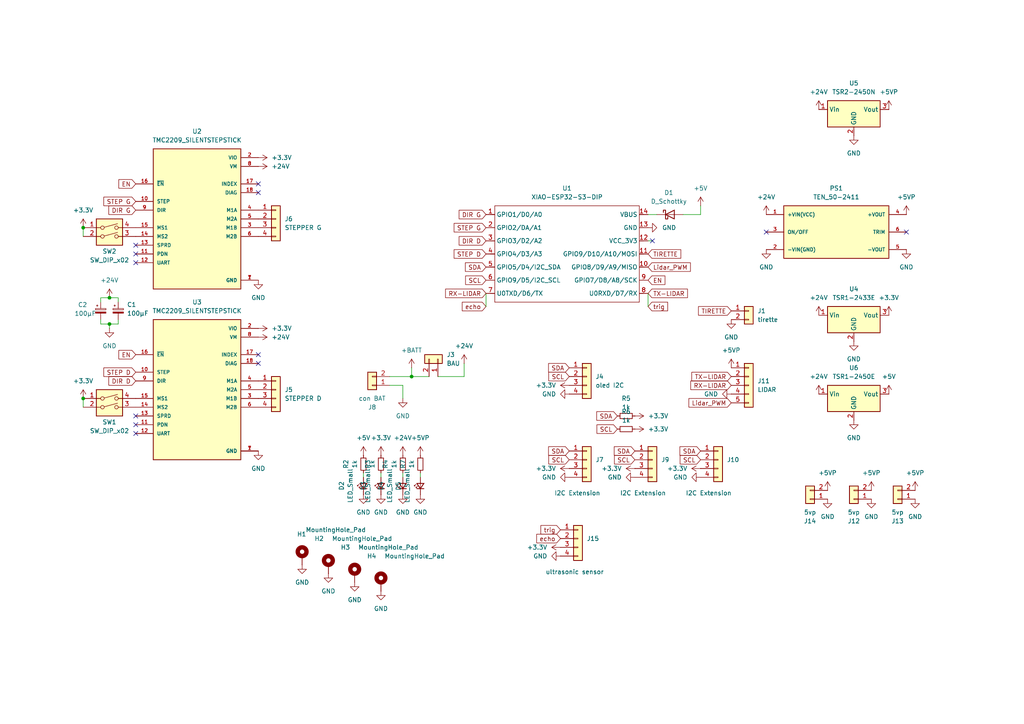
<source format=kicad_sch>
(kicad_sch (version 20250114) (generator "eeschema") (generator_version "9.0")
  (paper "A4")
  (lib_symbols
    (symbol "Connector_Generic:Conn_01x02" (pin_names (offset 1.016) (hide yes))
      (property "Reference" "J" (at 0 2.54 0))
      (property "Value" "Conn_01x02" (at 0 -5.08 0))
      (symbol "Conn_01x02_1_1"
        (rectangle (start -1.27 1.27) (end 1.27 -3.81) (stroke (width 0.254)) (fill (type background)))
        (rectangle (start -1.27 0.127) (end 0 -0.127) (stroke (width 0.1524)))
        (rectangle (start -1.27 -2.413) (end 0 -2.667) (stroke (width 0.1524)))
        (pin passive line (at -5.08 0 0) (length 3.81) (name "Pin_1") (number "1"))
        (pin passive line (at -5.08 -2.54 0) (length 3.81) (name "Pin_2") (number "2"))
      )
    )
    (symbol "Connector_Generic:Conn_01x04" (pin_names (offset 1.016) (hide yes))
      (property "Reference" "J" (at 0 5.08 0))
      (property "Value" "Conn_01x04" (at 0 -7.62 0))
      (symbol "Conn_01x04_1_1"
        (rectangle (start -1.27 3.81) (end 1.27 -6.35) (stroke (width 0.254)) (fill (type background)))
        (rectangle (start -1.27 2.667) (end 0 2.413) (stroke (width 0.1524)))
        (rectangle (start -1.27 0.127) (end 0 -0.127) (stroke (width 0.1524)))
        (rectangle (start -1.27 -2.413) (end 0 -2.667) (stroke (width 0.1524)))
        (rectangle (start -1.27 -4.953) (end 0 -5.207) (stroke (width 0.1524)))
        (pin passive line (at -5.08 2.54 0) (length 3.81) (name "Pin_1") (number "1"))
        (pin passive line (at -5.08 0 0) (length 3.81) (name "Pin_2") (number "2"))
        (pin passive line (at -5.08 -2.54 0) (length 3.81) (name "Pin_3") (number "3"))
        (pin passive line (at -5.08 -5.08 0) (length 3.81) (name "Pin_4") (number "4"))
      )
    )
    (symbol "Connector_Generic:Conn_01x05" (pin_names (offset 1.016) (hide yes))
      (property "Reference" "J" (at 0 7.62 0))
      (property "Value" "Conn_01x05" (at 0 -7.62 0))
      (symbol "Conn_01x05_1_1"
        (rectangle (start -1.27 6.35) (end 1.27 -6.35) (stroke (width 0.254)) (fill (type background)))
        (rectangle (start -1.27 5.207) (end 0 4.953) (stroke (width 0.1524)))
        (rectangle (start -1.27 2.667) (end 0 2.413) (stroke (width 0.1524)))
        (rectangle (start -1.27 0.127) (end 0 -0.127) (stroke (width 0.1524)))
        (rectangle (start -1.27 -2.413) (end 0 -2.667) (stroke (width 0.1524)))
        (rectangle (start -1.27 -4.953) (end 0 -5.207) (stroke (width 0.1524)))
        (pin passive line (at -5.08 5.08 0) (length 3.81) (name "Pin_1") (number "1"))
        (pin passive line (at -5.08 2.54 0) (length 3.81) (name "Pin_2") (number "2"))
        (pin passive line (at -5.08 0 0) (length 3.81) (name "Pin_3") (number "3"))
        (pin passive line (at -5.08 -2.54 0) (length 3.81) (name "Pin_4") (number "4"))
        (pin passive line (at -5.08 -5.08 0) (length 3.81) (name "Pin_5") (number "5"))
      )
    )
    (symbol "Device:C_Polarized_Small" (pin_numbers (hide yes)) (pin_names (offset 0.254) (hide yes))
      (property "Reference" "C" (at 0.254 1.778 0))
      (property "Value" "C_Polarized_Small" (at 0.254 -2.032 0))
      (symbol "C_Polarized_Small_0_1"
        (rectangle (start -1.524 0.6858) (end 1.524 0.3048))
        (rectangle (start -1.524 -0.3048) (end 1.524 -0.6858) (fill (type outline)))
        (polyline (pts (xy -1.27 1.524) (xy -0.762 1.524)))
        (polyline (pts (xy -1.016 1.27) (xy -1.016 1.778)))
      )
      (symbol "C_Polarized_Small_1_1"
        (pin passive line (at 0 2.54 270) (length 1.8542) (name "~") (number "1"))
        (pin passive line (at 0 -2.54 90) (length 1.8542) (name "~") (number "2"))
      )
    )
    (symbol "Device:D_Schottky" (pin_numbers (hide yes)) (pin_names (offset 1.016) (hide yes))
      (property "Reference" "D" (at 0 2.54 0))
      (property "Value" "D_Schottky" (at 0 -2.54 0))
      (symbol "D_Schottky_0_1"
        (polyline (pts (xy -1.905 0.635) (xy -1.905 1.27) (xy -1.27 1.27) (xy -1.27 -1.27) (xy -0.635 -1.27) (xy -0.635 -0.635)) (stroke (width 0.254)))
        (polyline (pts (xy 1.27 1.27) (xy 1.27 -1.27) (xy -1.27 0) (xy 1.27 1.27)) (stroke (width 0.254)))
        (polyline (pts (xy 1.27 0) (xy -1.27 0)))
      )
      (symbol "D_Schottky_1_1"
        (pin passive line (at -3.81 0 0) (length 2.54) (name "K") (number "1"))
        (pin passive line (at 3.81 0 180) (length 2.54) (name "A") (number "2"))
      )
    )
    (symbol "Device:LED_Small" (pin_numbers (hide yes)) (pin_names (offset 0.254) (hide yes))
      (property "Reference" "D" (at -1.27 3.175 0))
      (property "Value" "LED_Small" (at -4.445 -2.54 0))
      (symbol "LED_Small_0_1"
        (polyline (pts (xy -0.762 -1.016) (xy -0.762 1.016)) (stroke (width 0.254)))
        (polyline (pts (xy 0 0.762) (xy -0.508 1.27) (xy -0.254 1.27) (xy -0.508 1.27) (xy -0.508 1.016)))
        (polyline (pts (xy 0.508 1.27) (xy 0 1.778) (xy 0.254 1.778) (xy 0 1.778) (xy 0 1.524)))
        (polyline (pts (xy 0.762 -1.016) (xy -0.762 0) (xy 0.762 1.016) (xy 0.762 -1.016)) (stroke (width 0.254)))
        (polyline (pts (xy 1.016 0) (xy -0.762 0)))
      )
      (symbol "LED_Small_1_1"
        (pin passive line (at -2.54 0 0) (length 1.778) (name "K") (number "1"))
        (pin passive line (at 2.54 0 180) (length 1.778) (name "A") (number "2"))
      )
    )
    (symbol "Device:R_Small" (pin_numbers (hide yes)) (pin_names (offset 0.254) (hide yes))
      (property "Reference" "R" (at 0.762 0.508 0))
      (property "Value" "R_Small" (at 0.762 -1.016 0))
      (symbol "R_Small_0_1"
        (rectangle (start -0.762 1.778) (end 0.762 -1.778) (stroke (width 0.2032)))
      )
      (symbol "R_Small_1_1"
        (pin passive line (at 0 2.54 270) (length 0.762) (name "~") (number "1"))
        (pin passive line (at 0 -2.54 90) (length 0.762) (name "~") (number "2"))
      )
    )
    (symbol "Mechanical:MountingHole_Pad" (pin_numbers (hide yes)) (pin_names (offset 1.016) (hide yes)) (exclude_from_sim yes) (in_bom no)
      (property "Reference" "H" (at 0 6.35 0))
      (property "Value" "MountingHole_Pad" (at 0 4.445 0))
      (symbol "MountingHole_Pad_0_1"
        (circle (center 0 1.27) (radius 1.27) (stroke (width 1.27)))
      )
      (symbol "MountingHole_Pad_1_1"
        (pin input line (at 0 -2.54 90) (length 2.54) (name "1") (number "1"))
      )
    )
    (symbol "Regulator_Switching:TSR1-2433E"
      (property "Reference" "U" (at -7.62 6.35 0))
      (property "Value" "TSR1-2433E" (at -3.81 6.35 0))
      (symbol "TSR1-2433E_0_1"
        (rectangle (start -7.62 5.08) (end 7.62 -2.54) (stroke (width 0.254)) (fill (type background)))
      )
      (symbol "TSR1-2433E_1_1"
        (pin power_in line (at -10.16 2.54 0) (length 2.54) (name "Vin") (number "1"))
        (pin power_in line (at 0 -5.08 90) (length 2.54) (name "GND") (number "2"))
        (pin power_out line (at 10.16 2.54 180) (length 2.54) (name "Vout") (number "3"))
      )
    )
    (symbol "Regulator_Switching:TSR1-2450E"
      (property "Reference" "U" (at -7.62 6.35 0))
      (property "Value" "TSR1-2450E" (at -3.81 6.35 0))
      (symbol "TSR1-2450E_0_1"
        (rectangle (start -7.62 5.08) (end 7.62 -2.54) (stroke (width 0.254)) (fill (type background)))
      )
      (symbol "TSR1-2450E_1_1"
        (pin power_in line (at -10.16 2.54 0) (length 2.54) (name "Vin") (number "1"))
        (pin power_in line (at 0 -5.08 90) (length 2.54) (name "GND") (number "2"))
        (pin power_out line (at 10.16 2.54 180) (length 2.54) (name "Vout") (number "3"))
      )
    )
    (symbol "Regulator_Switching:TSR2-2450N"
      (property "Reference" "U" (at -7.112 6.35 0))
      (property "Value" "TSR2-2450N" (at 1.524 6.35 0))
      (symbol "TSR2-2450N_0_1"
        (rectangle (start -7.62 5.08) (end 7.62 -2.54) (stroke (width 0.254)) (fill (type background)))
      )
      (symbol "TSR2-2450N_1_1"
        (pin power_in line (at -10.16 2.54 0) (length 2.54) (name "Vin") (number "1"))
        (pin power_in line (at 0 -5.08 90) (length 2.54) (name "GND") (number "2"))
        (pin power_out line (at 10.16 2.54 180) (length 2.54) (name "Vout") (number "3"))
      )
    )
    (symbol "Seeed_Studio_XIAO_Series:XIAO-ESP32-S3-DIP"
      (property "Reference" "U" (at 1.27 0.508 0))
      (property "Value" "XIAO-ESP32-S3-DIP" (at 9.652 -1.778 0))
      (symbol "XIAO-ESP32-S3-DIP_1_0"
        (polyline (pts (xy 0 -2.54) (xy 41.91 -2.54)) (stroke (width 0.1524)))
        (polyline (pts (xy 0 -5.08) (xy -1.27 -5.08)) (stroke (width 0.1524)))
        (polyline (pts (xy 0 -5.08) (xy 0 -2.54)) (stroke (width 0.1524)))
        (polyline (pts (xy 0 -8.89) (xy -1.27 -8.89)) (stroke (width 0.1524)))
        (polyline (pts (xy 0 -8.89) (xy 0 -5.08)) (stroke (width 0.1524)))
        (polyline (pts (xy 0 -12.7) (xy -1.27 -12.7)) (stroke (width 0.1524)))
        (polyline (pts (xy 0 -12.7) (xy 0 -8.89)) (stroke (width 0.1524)))
        (polyline (pts (xy 0 -16.51) (xy -1.27 -16.51)) (stroke (width 0.1524)))
        (polyline (pts (xy 0 -16.51) (xy 0 -12.7)) (stroke (width 0.1524)))
        (polyline (pts (xy 0 -20.32) (xy -1.27 -20.32)) (stroke (width 0.1524)))
        (polyline (pts (xy 0 -24.13) (xy -1.27 -24.13)) (stroke (width 0.1524)))
        (polyline (pts (xy 0 -27.94) (xy -1.27 -27.94)) (stroke (width 0.1524)))
        (polyline (pts (xy 0 -30.48) (xy 0 -16.51)) (stroke (width 0.1524)))
        (polyline (pts (xy 41.91 -2.54) (xy 41.91 -5.08)) (stroke (width 0.1524)))
        (polyline (pts (xy 41.91 -5.08) (xy 41.91 -8.89)) (stroke (width 0.1524)))
        (polyline (pts (xy 41.91 -8.89) (xy 41.91 -12.7)) (stroke (width 0.1524)))
        (polyline (pts (xy 41.91 -12.7) (xy 41.91 -30.48)) (stroke (width 0.1524)))
        (polyline (pts (xy 41.91 -30.48) (xy 0 -30.48)) (stroke (width 0.1524)))
        (polyline (pts (xy 43.18 -5.08) (xy 41.91 -5.08)) (stroke (width 0.1524)))
        (polyline (pts (xy 43.18 -8.89) (xy 41.91 -8.89)) (stroke (width 0.1524)))
        (polyline (pts (xy 43.18 -12.7) (xy 41.91 -12.7)) (stroke (width 0.1524)))
        (polyline (pts (xy 43.18 -16.51) (xy 41.91 -16.51)) (stroke (width 0.1524)))
        (polyline (pts (xy 43.18 -20.32) (xy 41.91 -20.32)) (stroke (width 0.1524)))
        (polyline (pts (xy 43.18 -24.13) (xy 41.91 -24.13)) (stroke (width 0.1524)))
        (polyline (pts (xy 43.18 -27.94) (xy 41.91 -27.94)) (stroke (width 0.1524)))
        (pin passive line (at -2.54 -5.08 0) (length 2.54) (name "GPIO1/D0/A0") (number "1"))
        (pin passive line (at -2.54 -8.89 0) (length 2.54) (name "GPIO2/DA/A1") (number "2"))
        (pin passive line (at -2.54 -12.7 0) (length 2.54) (name "GPIO3/D2/A2") (number "3"))
        (pin passive line (at -2.54 -16.51 0) (length 2.54) (name "GPIO4/D3/A3") (number "4"))
        (pin passive line (at -2.54 -20.32 0) (length 2.54) (name "GPIO5/D4/I2C_SDA") (number "5"))
        (pin passive line (at -2.54 -24.13 0) (length 2.54) (name "GPIO9/D5/I2C_SCL") (number "6"))
        (pin passive line (at -2.54 -27.94 0) (length 2.54) (name "U0TXD/D6/TX") (number "7"))
        (pin passive line (at 44.45 -5.08 180) (length 2.54) (name "VBUS") (number "14"))
        (pin passive line (at 44.45 -8.89 180) (length 2.54) (name "GND") (number "13"))
        (pin passive line (at 44.45 -12.7 180) (length 2.54) (name "VCC_3V3") (number "12"))
        (pin passive line (at 44.45 -16.51 180) (length 2.54) (name "GPIO9/D10/A10/MOSI") (number "11"))
        (pin passive line (at 44.45 -20.32 180) (length 2.54) (name "GPIO8/D9/A9/MISO") (number "10"))
        (pin passive line (at 44.45 -24.13 180) (length 2.54) (name "GPIO7/D8/A8/SCK") (number "9"))
        (pin passive line (at 44.45 -27.94 180) (length 2.54) (name "U0RXD/D7/RX") (number "8"))
      )
    )
    (symbol "Switch:SW_DIP_x02" (pin_names (offset 0) (hide yes))
      (property "Reference" "SW" (at 0 6.35 0))
      (property "Value" "SW_DIP_x02" (at 0 -3.81 0))
      (symbol "SW_DIP_x02_0_0"
        (circle (center -2.032 2.54) (radius 0.508))
        (circle (center -2.032 0) (radius 0.508))
        (polyline (pts (xy -1.524 2.667) (xy 2.3622 3.7084)))
        (polyline (pts (xy -1.524 0.127) (xy 2.3622 1.1684)))
        (circle (center 2.032 2.54) (radius 0.508))
        (circle (center 2.032 0) (radius 0.508))
      )
      (symbol "SW_DIP_x02_0_1"
        (rectangle (start -3.81 5.08) (end 3.81 -2.54) (stroke (width 0.254)) (fill (type background)))
      )
      (symbol "SW_DIP_x02_1_1"
        (pin passive line (at -7.62 2.54 0) (length 5.08) (name "~") (number "1"))
        (pin passive line (at -7.62 0 0) (length 5.08) (name "~") (number "2"))
        (pin passive line (at 7.62 2.54 180) (length 5.08) (name "~") (number "4"))
        (pin passive line (at 7.62 0 180) (length 5.08) (name "~") (number "3"))
      )
    )
    (symbol "TEN_50-2411:TEN_50-2411" (pin_names (offset 1.016))
      (property "Reference" "PS" (at -15.24 10.16 0))
      (property "Value" "TEN_50-2411" (at -15.24 -10.16 0))
      (symbol "TEN_50-2411_0_0"
        (rectangle (start -15.24 -7.62) (end 15.24 7.62) (stroke (width 0.254)) (fill (type background)))
        (pin input line (at -20.32 5.08 0) (length 5.08) (name "+VIN(VCC)") (number "1"))
        (pin input line (at -20.32 0 0) (length 5.08) (name "ON/OFF") (number "3"))
        (pin input line (at -20.32 -5.08 0) (length 5.08) (name "-VIN(GND)") (number "2"))
        (pin output line (at 20.32 5.08 180) (length 5.08) (name "+VOUT") (number "4"))
        (pin passive line (at 20.32 0 180) (length 5.08) (name "TRIM") (number "6"))
        (pin output line (at 20.32 -5.08 180) (length 5.08) (name "-VOUT") (number "5"))
      )
    )
    (symbol "TMC2209_SILENTSTEPSTICK:TMC2209_SILENTSTEPSTICK" (pin_names (offset 1.016))
      (property "Reference" "U" (at -12.7 22.86 0))
      (property "Value" "TMC2209_SILENTSTEPSTICK" (at -12.7 -22.86 0))
      (symbol "TMC2209_SILENTSTEPSTICK_0_0"
        (rectangle (start -12.7 -20.32) (end 12.7 20.32) (stroke (width 0.254)) (fill (type background)))
        (pin input line (at -17.78 10.16 0) (length 5.08) (name "~{EN}") (number "16"))
        (pin input line (at -17.78 5.08 0) (length 5.08) (name "STEP") (number "10"))
        (pin input line (at -17.78 2.54 0) (length 5.08) (name "DIR") (number "9"))
        (pin input line (at -17.78 -2.54 0) (length 5.08) (name "MS1") (number "15"))
        (pin input line (at -17.78 -5.08 0) (length 5.08) (name "MS2") (number "14"))
        (pin input line (at -17.78 -7.62 0) (length 5.08) (name "SPRD") (number "13"))
        (pin bidirectional line (at -17.78 -10.16 0) (length 5.08) (name "PDN") (number "11"))
        (pin bidirectional line (at -17.78 -12.7 0) (length 5.08) (name "UART") (number "12"))
        (pin power_in line (at 17.78 17.78 180) (length 5.08) (name "VIO") (number "2"))
        (pin power_in line (at 17.78 15.24 180) (length 5.08) (name "VM") (number "8"))
        (pin output line (at 17.78 10.16 180) (length 5.08) (name "INDEX") (number "17"))
        (pin output line (at 17.78 7.62 180) (length 5.08) (name "DIAG") (number "18"))
        (pin output line (at 17.78 2.54 180) (length 5.08) (name "M1A") (number "4"))
        (pin output line (at 17.78 0 180) (length 5.08) (name "M2A") (number "5"))
        (pin output line (at 17.78 -2.54 180) (length 5.08) (name "M1B") (number "3"))
        (pin output line (at 17.78 -5.08 180) (length 5.08) (name "M2B") (number "6"))
        (pin power_in line (at 17.78 -17.78 180) (length 5.08) (name "GND") (number "1"))
        (pin power_in line (at 17.78 -17.78 180) (length 5.08) (name "GND") (number "7"))
      )
    )
    (symbol "power:+24V" (power) (pin_numbers (hide yes)) (pin_names (offset 0) (hide yes))
      (property "Value" "+24V" (at 0 3.556 0))
      (symbol "+24V_0_1"
        (polyline (pts (xy -0.762 1.27) (xy 0 2.54)))
        (polyline (pts (xy 0 2.54) (xy 0.762 1.27)))
        (polyline (pts (xy 0 0) (xy 0 2.54)))
      )
      (symbol "+24V_1_1"
        (pin power_in line (at 0 0 90) (length 0) (name "~") (number "1"))
      )
    )
    (symbol "power:+3.3V" (power) (pin_numbers (hide yes)) (pin_names (offset 0) (hide yes))
      (property "Value" "+3.3V" (at 0 3.556 0))
      (symbol "+3.3V_0_1"
        (polyline (pts (xy -0.762 1.27) (xy 0 2.54)))
        (polyline (pts (xy 0 2.54) (xy 0.762 1.27)))
        (polyline (pts (xy 0 0) (xy 0 2.54)))
      )
      (symbol "+3.3V_1_1"
        (pin power_in line (at 0 0 90) (length 0) (name "~") (number "1"))
      )
    )
    (symbol "power:+5V" (power) (pin_numbers (hide yes)) (pin_names (offset 0) (hide yes))
      (property "Value" "+5V" (at 0 3.556 0))
      (symbol "+5V_0_1"
        (polyline (pts (xy -0.762 1.27) (xy 0 2.54)))
        (polyline (pts (xy 0 2.54) (xy 0.762 1.27)))
        (polyline (pts (xy 0 0) (xy 0 2.54)))
      )
      (symbol "+5V_1_1"
        (pin power_in line (at 0 0 90) (length 0) (name "~") (number "1"))
      )
    )
    (symbol "power:+5VP" (power) (pin_numbers (hide yes)) (pin_names (offset 0) (hide yes))
      (property "Value" "+5VP" (at 0 3.556 0))
      (symbol "+5VP_0_1"
        (polyline (pts (xy -0.762 1.27) (xy 0 2.54)))
        (polyline (pts (xy 0 2.54) (xy 0.762 1.27)))
        (polyline (pts (xy 0 0) (xy 0 2.54)))
      )
      (symbol "+5VP_1_1"
        (pin power_in line (at 0 0 90) (length 0) (name "~") (number "1"))
      )
    )
    (symbol "power:+BATT" (power) (pin_numbers (hide yes)) (pin_names (offset 0) (hide yes))
      (property "Value" "+BATT" (at 0 3.556 0))
      (symbol "+BATT_0_1"
        (polyline (pts (xy -0.762 1.27) (xy 0 2.54)))
        (polyline (pts (xy 0 2.54) (xy 0.762 1.27)))
        (polyline (pts (xy 0 0) (xy 0 2.54)))
      )
      (symbol "+BATT_1_1"
        (pin power_in line (at 0 0 90) (length 0) (name "~") (number "1"))
      )
    )
    (symbol "power:GND" (power) (pin_numbers (hide yes)) (pin_names (offset 0) (hide yes))
      (property "Value" "GND" (at 0 -3.81 0))
      (symbol "GND_0_1"
        (polyline (pts (xy 0 0) (xy 0 -1.27) (xy 1.27 -1.27) (xy 0 -2.54) (xy -1.27 -1.27) (xy 0 -1.27)))
      )
      (symbol "GND_1_1"
        (pin power_in line (at 0 0 270) (length 0) (name "~") (number "1"))
      )
    )
  )
  (junction (at 24.13 66.04))
  (junction (at 119.38 109.22))
  (junction (at 31.75 93.98))
  (junction (at 24.13 115.57))
  (junction (at 31.75 86.36))
  (no_connect (at 74.93 105.41))
  (no_connect (at 39.37 120.65))
  (no_connect (at 74.93 55.88))
  (no_connect (at 39.37 125.73))
  (no_connect (at 222.25 67.31))
  (no_connect (at 39.37 76.2))
  (no_connect (at 74.93 53.34))
  (no_connect (at 74.93 102.87))
  (no_connect (at 39.37 123.19))
  (no_connect (at 189.23 69.85))
  (no_connect (at 262.89 67.31))
  (no_connect (at 39.37 71.12))
  (no_connect (at 39.37 73.66))
  (wire (pts (xy 134.62 109.22) (xy 134.62 105.41)))
  (wire (pts (xy 116.84 111.76) (xy 116.84 115.57)))
  (wire (pts (xy 113.03 109.22) (xy 119.38 109.22)))
  (wire (pts (xy 127 109.22) (xy 134.62 109.22)))
  (wire (pts (xy 190.5 62.23) (xy 187.96 62.23)))
  (wire (pts (xy 121.92 138.43) (xy 121.92 137.16)))
  (wire (pts (xy 29.21 86.36) (xy 31.75 86.36)))
  (wire (pts (xy 34.29 86.36) (xy 34.29 87.63)))
  (wire (pts (xy 187.96 85.09) (xy 187.96 88.9)))
  (wire (pts (xy 24.13 66.04) (xy 24.13 68.58)))
  (wire (pts (xy 119.38 109.22) (xy 124.46 109.22)))
  (wire (pts (xy 116.84 138.43) (xy 116.84 137.16)))
  (wire (pts (xy 31.75 93.98) (xy 29.21 93.98)))
  (wire (pts (xy 31.75 95.25) (xy 31.75 93.98)))
  (wire (pts (xy 105.41 138.43) (xy 105.41 137.16)))
  (wire (pts (xy 203.2 59.69) (xy 203.2 62.23)))
  (wire (pts (xy 140.97 85.09) (xy 140.97 88.9)))
  (wire (pts (xy 113.03 111.76) (xy 116.84 111.76)))
  (wire (pts (xy 31.75 86.36) (xy 34.29 86.36)))
  (wire (pts (xy 29.21 93.98) (xy 29.21 92.71)))
  (wire (pts (xy 110.49 138.43) (xy 110.49 137.16)))
  (wire (pts (xy 189.23 69.85) (xy 187.96 69.85)))
  (wire (pts (xy 203.2 62.23) (xy 198.12 62.23)))
  (wire (pts (xy 24.13 115.57) (xy 24.13 118.11)))
  (wire (pts (xy 34.29 93.98) (xy 31.75 93.98)))
  (wire (pts (xy 34.29 92.71) (xy 34.29 93.98)))
  (wire (pts (xy 29.21 87.63) (xy 29.21 86.36)))
  (wire (pts (xy 119.38 109.22) (xy 119.38 106.68)))
  (global_label "SCL" (shape input) (at 179.07 124.46 180) (property "Intersheetrefs" "${INTERSHEET_REFS}" (effects (hide yes))))
  (global_label "Lidar_PWM" (shape input) (at 212.09 116.84 180) (property "Intersheetrefs" "${INTERSHEET_REFS}" (effects (hide yes))))
  (global_label "SCL" (shape input) (at 203.2 133.35 180) (property "Intersheetrefs" "${INTERSHEET_REFS}" (effects (hide yes))))
  (global_label "TX-LIDAR" (shape input) (at 187.96 85.09 0) (property "Intersheetrefs" "${INTERSHEET_REFS}" (effects (hide yes))))
  (global_label "echo" (shape input) (at 162.56 156.21 180) (property "Intersheetrefs" "${INTERSHEET_REFS}" (effects (hide yes))))
  (global_label "STEP G" (shape input) (at 39.37 58.42 180) (property "Intersheetrefs" "${INTERSHEET_REFS}" (effects (hide yes))))
  (global_label "TIRETTE" (shape input) (at 212.09 90.17 180) (property "Intersheetrefs" "${INTERSHEET_REFS}" (effects (hide yes))))
  (global_label "SDA" (shape input) (at 179.07 120.65 180) (property "Intersheetrefs" "${INTERSHEET_REFS}" (effects (hide yes))))
  (global_label "TIRETTE" (shape input) (at 187.96 73.66 0) (property "Intersheetrefs" "${INTERSHEET_REFS}" (effects (hide yes))))
  (global_label "SCL" (shape input) (at 165.1 109.22 180) (property "Intersheetrefs" "${INTERSHEET_REFS}" (effects (hide yes))))
  (global_label "DIR D" (shape input) (at 140.97 69.85 180) (property "Intersheetrefs" "${INTERSHEET_REFS}" (effects (hide yes))))
  (global_label "SCL" (shape input) (at 165.1 133.35 180) (property "Intersheetrefs" "${INTERSHEET_REFS}" (effects (hide yes))))
  (global_label "trig" (shape input) (at 187.96 88.9 0) (property "Intersheetrefs" "${INTERSHEET_REFS}" (effects (hide yes))))
  (global_label "SCL" (shape input) (at 140.97 81.28 180) (property "Intersheetrefs" "${INTERSHEET_REFS}" (effects (hide yes))))
  (global_label "STEP D" (shape input) (at 140.97 73.66 180) (property "Intersheetrefs" "${INTERSHEET_REFS}" (effects (hide yes))))
  (global_label "SDA" (shape input) (at 165.1 130.81 180) (property "Intersheetrefs" "${INTERSHEET_REFS}" (effects (hide yes))))
  (global_label "trig" (shape input) (at 162.56 153.67 180) (property "Intersheetrefs" "${INTERSHEET_REFS}" (effects (hide yes))))
  (global_label "SDA" (shape input) (at 184.15 130.81 180) (property "Intersheetrefs" "${INTERSHEET_REFS}" (effects (hide yes))))
  (global_label "DIR G" (shape input) (at 39.37 60.96 180) (property "Intersheetrefs" "${INTERSHEET_REFS}" (effects (hide yes))))
  (global_label "EN" (shape input) (at 187.96 81.28 0) (property "Intersheetrefs" "${INTERSHEET_REFS}" (effects (hide yes))))
  (global_label "echo" (shape input) (at 140.97 88.9 180) (property "Intersheetrefs" "${INTERSHEET_REFS}" (effects (hide yes))))
  (global_label "RX-LIDAR" (shape input) (at 140.97 85.09 180) (property "Intersheetrefs" "${INTERSHEET_REFS}" (effects (hide yes))))
  (global_label "EN" (shape input) (at 39.37 53.34 180) (property "Intersheetrefs" "${INTERSHEET_REFS}" (effects (hide yes))))
  (global_label "RX-LIDAR" (shape input) (at 212.09 111.76 180) (property "Intersheetrefs" "${INTERSHEET_REFS}" (effects (hide yes))))
  (global_label "SDA" (shape input) (at 203.2 130.81 180) (property "Intersheetrefs" "${INTERSHEET_REFS}" (effects (hide yes))))
  (global_label "SDA" (shape input) (at 165.1 106.68 180) (property "Intersheetrefs" "${INTERSHEET_REFS}" (effects (hide yes))))
  (global_label "DIR G" (shape input) (at 140.97 62.23 180) (property "Intersheetrefs" "${INTERSHEET_REFS}" (effects (hide yes))))
  (global_label "STEP G" (shape input) (at 140.97 66.04 180) (property "Intersheetrefs" "${INTERSHEET_REFS}" (effects (hide yes))))
  (global_label "STEP D" (shape input) (at 39.37 107.95 180) (property "Intersheetrefs" "${INTERSHEET_REFS}" (effects (hide yes))))
  (global_label "DIR D" (shape input) (at 39.37 110.49 180) (property "Intersheetrefs" "${INTERSHEET_REFS}" (effects (hide yes))))
  (global_label "EN" (shape input) (at 39.37 102.87 180) (property "Intersheetrefs" "${INTERSHEET_REFS}" (effects (hide yes))))
  (global_label "TX-LIDAR" (shape input) (at 212.09 109.22 180) (property "Intersheetrefs" "${INTERSHEET_REFS}" (effects (hide yes))))
  (global_label "SCL" (shape input) (at 184.15 133.35 180) (property "Intersheetrefs" "${INTERSHEET_REFS}" (effects (hide yes))))
  (global_label "Lidar_PWM" (shape input) (at 187.96 77.47 0) (property "Intersheetrefs" "${INTERSHEET_REFS}" (effects (hide yes))))
  (global_label "SDA" (shape input) (at 140.97 77.47 180) (property "Intersheetrefs" "${INTERSHEET_REFS}" (effects (hide yes))))
  (symbol (lib_id "power:GND") (at 121.92 143.51 0) (unit 1)
    (property "Reference" "#PWR045" (effects (hide yes)))
    (property "Value" "GND" (at 121.92 148.59 0))
    (property "Description" "Power symbol creates a global label with name \"GND\" , ground" (effects (hide yes)))
  )
  (symbol (lib_id "Connector_Generic:Conn_01x04") (at 80.01 113.03 0) (unit 1)
    (property "Reference" "J5" (at 82.55 113.0299 0) (effects (justify left)))
    (property "Value" "STEPPER D" (at 82.55 115.5699 0) (effects (justify left)))
    (property "Footprint" "Connector_Molex:Molex_KK-254_AE-6410-04A_1x04_P2.54mm_Vertical" (effects (hide yes)))
    (property "Description" "Generic connector, single row, 01x04, script generated (kicad-library-utils/schlib/autogen/connector/)" (effects (hide yes)))
  )
  (symbol (lib_id "power:+5VP") (at 252.73 142.24 0) (unit 1)
    (property "Reference" "#PWR052" (effects (hide yes)))
    (property "Value" "+5VP" (at 252.73 137.16 0))
    (property "Description" "Power symbol creates a global label with name \"+5VP\"" (effects (hide yes)))
  )
  (symbol (lib_id "Device:R_Small") (at 181.61 120.65 90) (unit 1)
    (property "Reference" "R5" (at 181.61 115.57 90))
    (property "Value" "1k" (at 181.61 118.11 90))
    (property "Footprint" "Resistor_SMD:R_1206_3216Metric_Pad1.30x1.75mm_HandSolder" (effects (hide yes)))
    (property "Description" "Resistor, small symbol" (effects (hide yes)))
  )
  (symbol (lib_id "Device:R_Small") (at 181.61 124.46 90) (unit 1)
    (property "Reference" "R6" (at 181.61 119.38 90))
    (property "Value" "1k" (at 181.61 121.92 90))
    (property "Footprint" "Resistor_SMD:R_1206_3216Metric_Pad1.30x1.75mm_HandSolder" (effects (hide yes)))
    (property "Description" "Resistor, small symbol" (effects (hide yes)))
  )
  (symbol (lib_id "power:+24V") (at 222.25 62.23 0) (unit 1)
    (property "Reference" "#PWR01" (effects (hide yes)))
    (property "Value" "+24V" (at 222.25 57.15 0))
    (property "Description" "Power symbol creates a global label with name \"+24V\"" (effects (hide yes)))
  )
  (symbol (lib_id "power:+3.3V") (at 165.1 135.89 90) (unit 1)
    (property "Reference" "#PWR040" (effects (hide yes)))
    (property "Value" "+3.3V" (at 161.29 135.8899 90) (effects (justify left)))
    (property "Description" "Power symbol creates a global label with name \"+3.3V\"" (effects (hide yes)))
  )
  (symbol (lib_id "power:GND") (at 87.63 163.83 0) (unit 1)
    (property "Reference" "#PWR027" (effects (hide yes)))
    (property "Value" "GND" (at 87.63 168.91 0))
    (property "Description" "Power symbol creates a global label with name \"GND\" , ground" (effects (hide yes)))
  )
  (symbol (lib_id "Mechanical:MountingHole_Pad") (at 95.25 163.83 0) (unit 1) (exclude_from_sim yes) (in_bom no)
    (property "Reference" "H2" (at 91.186 156.21 0) (effects (justify left)))
    (property "Value" "MountingHole_Pad" (at 96.266 156.21 0) (effects (justify left)))
    (property "Footprint" "MountingHole:MountingHole_3.2mm_M3_Pad_Via" (effects (hide yes)))
    (property "Description" "Mounting Hole with connection" (effects (hide yes)))
  )
  (symbol (lib_id "Mechanical:MountingHole_Pad") (at 102.87 166.37 0) (unit 1) (exclude_from_sim yes) (in_bom no)
    (property "Reference" "H3" (at 98.806 158.75 0) (effects (justify left)))
    (property "Value" "MountingHole_Pad" (at 103.886 158.75 0) (effects (justify left)))
    (property "Footprint" "MountingHole:MountingHole_3.2mm_M3_Pad_Via" (effects (hide yes)))
    (property "Description" "Mounting Hole with connection" (effects (hide yes)))
  )
  (symbol (lib_id "Seeed_Studio_XIAO_Series:XIAO-ESP32-S3-DIP") (at 143.51 57.15 0) (unit 1)
    (property "Reference" "U1" (at 164.465 54.61 0))
    (property "Value" "XIAO-ESP32-S3-DIP" (at 164.465 57.15 0))
    (property "Footprint" "Seeed Studio XIAO Series Library:XIAO-ESP32S3-DIP" (effects (hide yes)))
  )
  (symbol (lib_id "power:+5VP") (at 212.09 106.68 0) (unit 1)
    (property "Reference" "#PWR06" (effects (hide yes)))
    (property "Value" "+5VP" (at 212.09 101.6 0))
    (property "Description" "Power symbol creates a global label with name \"+5VP\"" (effects (hide yes)))
  )
  (symbol (lib_id "TEN_50-2411:TEN_50-2411") (at 242.57 67.31 0) (unit 1)
    (property "Reference" "PS1" (at 242.57 54.61 0))
    (property "Value" "TEN_50-2411" (at 242.57 57.15 0))
    (property "Footprint" "TEN_50-2411:TEN50_TRP" (effects (hide yes)))
    (property "MF" "Traco Power" (effects (hide yes)))
    (property "MAXIMUM_PACKAGE_HEIGHT" "11.25mm" (effects (hide yes)))
    (property "Package" "Package" (effects (hide yes)))
    (property "Price" "None" (effects (hide yes)))
    (property "Check_prices" "https://www.snapeda.com/parts/TEN%2050-2411/Traco+Power/view-part/?ref=eda" (effects (hide yes)))
    (property "STANDARD" "Manufacturer Recommendations" (effects (hide yes)))
    (property "PARTREV" "February 3, 2021" (effects (hide yes)))
    (property "SnapEDA_Link" "https://www.snapeda.com/parts/TEN%2050-2411/Traco+Power/view-part/?ref=snap" (effects (hide yes)))
    (property "MP" "TEN 50-2411" (effects (hide yes)))
    (property "Description_1" "50 Watt DC/DC converter, industrial, 2:1 input, encapsulated, 2 x 1 metal package" (effects (hide yes)))
    (property "Availability" "In Stock" (effects (hide yes)))
    (property "MANUFACTURER" "Traco Power" (effects (hide yes)))
  )
  (symbol (lib_id "Connector_Generic:Conn_01x04") (at 170.18 109.22 0) (unit 1)
    (property "Reference" "J4" (at 172.72 109.2199 0) (effects (justify left)))
    (property "Value" "oled I2C" (at 172.72 111.7599 0) (effects (justify left)))
    (property "Footprint" "Connector_Molex:Molex_KK-254_AE-6410-04A_1x04_P2.54mm_Vertical" (effects (hide yes)))
    (property "Description" "Generic connector, single row, 01x04, script generated (kicad-library-utils/schlib/autogen/connector/)" (effects (hide yes)))
  )
  (symbol (lib_id "Device:LED_Small") (at 116.84 140.97 90) (unit 1)
    (property "Reference" "D4" (at 110.49 140.9065 0))
    (property "Value" "LED_Small" (at 113.03 140.9065 0))
    (property "Footprint" "LED_SMD:LED_1206_3216Metric" (effects (hide yes)))
    (property "Description" "Light emitting diode, small symbol" (effects (hide yes)))
    (property "Sim.Pin" "1=K 2=A" (effects (hide yes)))
  )
  (symbol (lib_id "Device:R_Small") (at 105.41 134.62 0) (unit 1)
    (property "Reference" "R2" (at 100.33 134.62 90))
    (property "Value" "1k" (at 102.87 134.62 90))
    (property "Footprint" "Resistor_SMD:R_1206_3216Metric_Pad1.30x1.75mm_HandSolder" (effects (hide yes)))
    (property "Description" "Resistor, small symbol" (effects (hide yes)))
  )
  (symbol (lib_id "power:GND") (at 162.56 161.29 270) (unit 1)
    (property "Reference" "#PWR057" (effects (hide yes)))
    (property "Value" "GND" (at 158.75 161.2899 90) (effects (justify right)))
    (property "Description" "Power symbol creates a global label with name \"GND\" , ground" (effects (hide yes)))
  )
  (symbol (lib_id "power:+5VP") (at 265.43 142.24 0) (unit 1)
    (property "Reference" "#PWR053" (effects (hide yes)))
    (property "Value" "+5VP" (at 265.43 137.16 0))
    (property "Description" "Power symbol creates a global label with name \"+5VP\"" (effects (hide yes)))
  )
  (symbol (lib_id "Connector_Generic:Conn_01x04") (at 167.64 156.21 0) (unit 1)
    (property "Reference" "J15" (at 170.18 156.2099 0) (effects (justify left)))
    (property "Value" "ultrasonic sensor" (at 158.242 165.862 0) (effects (justify left)))
    (property "Footprint" "Connector_Molex:Molex_KK-254_AE-6410-04A_1x04_P2.54mm_Vertical" (effects (hide yes)))
    (property "Description" "Generic connector, single row, 01x04, script generated (kicad-library-utils/schlib/autogen/connector/)" (effects (hide yes)))
  )
  (symbol (lib_id "power:GND") (at 74.93 81.28 0) (unit 1)
    (property "Reference" "#PWR020" (effects (hide yes)))
    (property "Value" "GND" (at 74.93 86.36 0))
    (property "Description" "Power symbol creates a global label with name \"GND\" , ground" (effects (hide yes)))
  )
  (symbol (lib_id "power:GND") (at 247.65 39.37 0) (unit 1)
    (property "Reference" "#PWR061" (effects (hide yes)))
    (property "Value" "GND" (at 247.65 44.45 0))
    (property "Description" "Power symbol creates a global label with name \"GND\" , ground" (effects (hide yes)))
  )
  (symbol (lib_id "Device:LED_Small") (at 121.92 140.97 90) (unit 1)
    (property "Reference" "D5" (at 115.57 140.97 0))
    (property "Value" "LED_Small" (at 118.11 140.9065 0))
    (property "Footprint" "LED_SMD:LED_1206_3216Metric" (effects (hide yes)))
    (property "Description" "Light emitting diode, small symbol" (effects (hide yes)))
    (property "Sim.Pin" "1=K 2=A" (effects (hide yes)))
  )
  (symbol (lib_id "power:GND") (at 252.73 144.78 0) (mirror y) (unit 1)
    (property "Reference" "#PWR051" (effects (hide yes)))
    (property "Value" "GND" (at 252.73 149.86 0))
    (property "Description" "Power symbol creates a global label with name \"GND\" , ground" (effects (hide yes)))
  )
  (symbol (lib_id "Connector_Generic:Conn_01x02") (at 234.95 144.78 180) (unit 1)
    (property "Reference" "J14" (at 234.95 151.13 0))
    (property "Value" "5vp" (at 234.95 148.59 0))
    (property "Footprint" "Connector_AMASS:AMASS_XT30U-F_1x02_P5.0mm_Vertical" (effects (hide yes)))
    (property "Description" "Generic connector, single row, 01x02, script generated (kicad-library-utils/schlib/autogen/connector/)" (effects (hide yes)))
  )
  (symbol (lib_id "power:GND") (at 262.89 72.39 0) (unit 1)
    (property "Reference" "#PWR050" (effects (hide yes)))
    (property "Value" "GND" (at 262.89 77.47 0))
    (property "Description" "Power symbol creates a global label with name \"GND\" , ground" (effects (hide yes)))
  )
  (symbol (lib_id "power:GND") (at 110.49 171.45 0) (unit 1)
    (property "Reference" "#PWR030" (effects (hide yes)))
    (property "Value" "GND" (at 110.49 176.53 0))
    (property "Description" "Power symbol creates a global label with name \"GND\" , ground" (effects (hide yes)))
  )
  (symbol (lib_id "Device:C_Polarized_Small") (at 29.21 90.17 0) (unit 1)
    (property "Reference" "C2" (at 22.606 88.392 0) (effects (justify left)))
    (property "Value" "100µF" (at 21.59 90.932 0) (effects (justify left)))
    (property "Footprint" "Capacitor_THT:CP_Radial_D10.0mm_P5.00mm" (effects (hide yes)))
    (property "Description" "Polarized capacitor, small symbol" (effects (hide yes)))
  )
  (symbol (lib_id "power:GND") (at 222.25 72.39 0) (unit 1)
    (property "Reference" "#PWR04" (effects (hide yes)))
    (property "Value" "GND" (at 222.25 77.47 0))
    (property "Description" "Power symbol creates a global label with name \"GND\" , ground" (effects (hide yes)))
  )
  (symbol (lib_id "power:GND") (at 184.15 138.43 270) (unit 1)
    (property "Reference" "#PWR042" (effects (hide yes)))
    (property "Value" "GND" (at 180.34 138.4299 90) (effects (justify right)))
    (property "Description" "Power symbol creates a global label with name \"GND\" , ground" (effects (hide yes)))
  )
  (symbol (lib_id "Connector_Generic:Conn_01x02") (at 247.65 144.78 180) (unit 1)
    (property "Reference" "J12" (at 247.65 151.13 0))
    (property "Value" "5vp" (at 247.65 148.59 0))
    (property "Footprint" "Connector_AMASS:AMASS_XT30U-F_1x02_P5.0mm_Vertical" (effects (hide yes)))
    (property "Description" "Generic connector, single row, 01x02, script generated (kicad-library-utils/schlib/autogen/connector/)" (effects (hide yes)))
  )
  (symbol (lib_id "Mechanical:MountingHole_Pad") (at 87.63 161.29 0) (unit 1) (exclude_from_sim yes) (in_bom no)
    (property "Reference" "H1" (at 86.106 154.94 0) (effects (justify left)))
    (property "Value" "MountingHole_Pad" (at 88.646 153.67 0) (effects (justify left)))
    (property "Footprint" "MountingHole:MountingHole_3.2mm_M3_Pad_Via" (effects (hide yes)))
    (property "Description" "Mounting Hole with connection" (effects (hide yes)))
  )
  (symbol (lib_id "power:+3.3V") (at 24.13 66.04 0) (unit 1)
    (property "Reference" "#PWR026" (effects (hide yes)))
    (property "Value" "+3.3V" (at 24.13 60.96 0))
    (property "Description" "Power symbol creates a global label with name \"+3.3V\"" (effects (hide yes)))
  )
  (symbol (lib_id "Switch:SW_DIP_x02") (at 31.75 118.11 0) (unit 1)
    (property "Reference" "SW1" (at 31.75 122.428 0))
    (property "Value" "SW_DIP_x02" (at 31.75 124.968 0))
    (property "Footprint" "Button_Switch_THT:SW_DIP_SPSTx02_Slide_9.78x7.26mm_W7.62mm_P2.54mm" (effects (hide yes)))
    (property "Description" "2x DIP Switch, Single Pole Single Throw (SPST) switch, small symbol" (effects (hide yes)))
  )
  (symbol (lib_id "Switch:SW_DIP_x02") (at 31.75 68.58 0) (unit 1)
    (property "Reference" "SW2" (at 31.75 72.898 0))
    (property "Value" "SW_DIP_x02" (at 31.75 75.438 0))
    (property "Footprint" "Button_Switch_THT:SW_DIP_SPSTx02_Slide_9.78x7.26mm_W7.62mm_P2.54mm" (effects (hide yes)))
    (property "Description" "2x DIP Switch, Single Pole Single Throw (SPST) switch, small symbol" (effects (hide yes)))
  )
  (symbol (lib_id "Connector_Generic:Conn_01x04") (at 208.28 133.35 0) (unit 1)
    (property "Reference" "J10" (at 210.82 133.3499 0) (effects (justify left)))
    (property "Value" "I2C Extension" (at 198.882 143.002 0) (effects (justify left)))
    (property "Footprint" "Connector_Molex:Molex_KK-254_AE-6410-04A_1x04_P2.54mm_Vertical" (effects (hide yes)))
    (property "Description" "Generic connector, single row, 01x04, script generated (kicad-library-utils/schlib/autogen/connector/)" (effects (hide yes)))
  )
  (symbol (lib_id "power:GND") (at 105.41 143.51 0) (unit 1)
    (property "Reference" "#PWR033" (effects (hide yes)))
    (property "Value" "GND" (at 105.41 148.59 0))
    (property "Description" "Power symbol creates a global label with name \"GND\" , ground" (effects (hide yes)))
  )
  (symbol (lib_id "power:GND") (at 240.03 144.78 0) (mirror y) (unit 1)
    (property "Reference" "#PWR056" (effects (hide yes)))
    (property "Value" "GND" (at 240.03 149.86 0))
    (property "Description" "Power symbol creates a global label with name \"GND\" , ground" (effects (hide yes)))
  )
  (symbol (lib_id "power:+24V") (at 31.75 86.36 0) (unit 1)
    (property "Reference" "#PWR037" (effects (hide yes)))
    (property "Value" "+24V" (at 31.75 81.28 0))
    (property "Description" "Power symbol creates a global label with name \"+24V\"" (effects (hide yes)))
  )
  (symbol (lib_id "power:GND") (at 247.65 121.92 0) (unit 1)
    (property "Reference" "#PWR05" (effects (hide yes)))
    (property "Value" "GND" (at 247.65 127 0))
    (property "Description" "Power symbol creates a global label with name \"GND\" , ground" (effects (hide yes)))
  )
  (symbol (lib_id "power:+24V") (at 116.84 132.08 0) (unit 1)
    (property "Reference" "#PWR035" (effects (hide yes)))
    (property "Value" "+24V" (at 116.84 127 0))
    (property "Description" "Power symbol creates a global label with name \"+24V\"" (effects (hide yes)))
  )
  (symbol (lib_id "power:+5V") (at 105.41 132.08 0) (unit 1)
    (property "Reference" "#PWR031" (effects (hide yes)))
    (property "Value" "+5V" (at 105.41 127 0))
    (property "Description" "Power symbol creates a global label with name \"+5V\"" (effects (hide yes)))
  )
  (symbol (lib_id "Regulator_Switching:TSR1-2433E") (at 247.65 93.98 0) (unit 1)
    (property "Reference" "U4" (at 247.65 83.82 0))
    (property "Value" "TSR1-2433E" (at 247.65 86.36 0))
    (property "Footprint" "Converter_DCDC:Converter_DCDC_TRACO_TSR1-xxxxE_THT" (effects (hide yes)))
    (property "Datasheet" "https://www.tracopower.com/products/tsr1e.pdf" (effects (hide yes)))
    (property "Description" "1A step-down regulator, fixed 3.3V output voltage, 6-36V input voltage, TO-220 compatible LM78xx replacement" (effects (hide yes)))
  )
  (symbol (lib_id "Connector_Generic:Conn_01x05") (at 217.17 111.76 0) (unit 1)
    (property "Reference" "J11" (at 219.71 110.4899 0) (effects (justify left)))
    (property "Value" "LIDAR" (at 219.71 113.0299 0) (effects (justify left)))
    (property "Footprint" "Connector_JST:JST_XH_B5B-XH-A_1x05_P2.50mm_Vertical" (effects (hide yes)))
    (property "Description" "Generic connector, single row, 01x05, script generated (kicad-library-utils/schlib/autogen/connector/)" (effects (hide yes)))
  )
  (symbol (lib_id "Device:R_Small") (at 110.49 134.62 0) (unit 1)
    (property "Reference" "R3" (at 106.68 134.62 90))
    (property "Value" "1k" (at 107.95 134.62 90))
    (property "Footprint" "Resistor_SMD:R_1206_3216Metric_Pad1.30x1.75mm_HandSolder" (effects (hide yes)))
    (property "Description" "Resistor, small symbol" (effects (hide yes)))
  )
  (symbol (lib_id "Regulator_Switching:TSR1-2450E") (at 247.65 116.84 0) (unit 1)
    (property "Reference" "U6" (at 247.65 106.68 0))
    (property "Value" "TSR1-2450E" (at 247.65 109.22 0))
    (property "Footprint" "Converter_DCDC:Converter_DCDC_TRACO_TSR1-xxxxE_THT" (effects (hide yes)))
    (property "Datasheet" "https://www.tracopower.com/products/tsr1e.pdf" (effects (hide yes)))
    (property "Description" "1A step-down regulator, fixed 5V output voltage, 7-36V input voltage, TO-220 compatible LM78xx replacement" (effects (hide yes)))
  )
  (symbol (lib_id "power:+24V") (at 74.93 48.26 270) (unit 1)
    (property "Reference" "#PWR038" (effects (hide yes)))
    (property "Value" "+24V" (at 78.74 48.2599 90) (effects (justify left)))
    (property "Description" "Power symbol creates a global label with name \"+24V\"" (effects (hide yes)))
  )
  (symbol (lib_id "power:+3.3V") (at 162.56 158.75 90) (unit 1)
    (property "Reference" "#PWR058" (effects (hide yes)))
    (property "Value" "+3.3V" (at 158.75 158.7499 90) (effects (justify left)))
    (property "Description" "Power symbol creates a global label with name \"+3.3V\"" (effects (hide yes)))
  )
  (symbol (lib_id "power:+3.3V") (at 74.93 95.25 270) (unit 1)
    (property "Reference" "#PWR08" (effects (hide yes)))
    (property "Value" "+3.3V" (at 78.74 95.2499 90) (effects (justify left)))
    (property "Description" "Power symbol creates a global label with name \"+3.3V\"" (effects (hide yes)))
  )
  (symbol (lib_id "power:+5VP") (at 262.89 62.23 0) (unit 1)
    (property "Reference" "#PWR018" (effects (hide yes)))
    (property "Value" "+5VP" (at 262.89 57.15 0))
    (property "Description" "Power symbol creates a global label with name \"+5VP\"" (effects (hide yes)))
  )
  (symbol (lib_id "power:+3.3V") (at 74.93 45.72 270) (unit 1)
    (property "Reference" "#PWR07" (effects (hide yes)))
    (property "Value" "+3.3V" (at 78.74 45.7199 90) (effects (justify left)))
    (property "Description" "Power symbol creates a global label with name \"+3.3V\"" (effects (hide yes)))
  )
  (symbol (lib_id "power:GND") (at 74.93 130.81 0) (unit 1)
    (property "Reference" "#PWR021" (effects (hide yes)))
    (property "Value" "GND" (at 74.93 135.89 0))
    (property "Description" "Power symbol creates a global label with name \"GND\" , ground" (effects (hide yes)))
  )
  (symbol (lib_id "power:+24V") (at 237.49 91.44 0) (unit 1)
    (property "Reference" "#PWR016" (effects (hide yes)))
    (property "Value" "+24V" (at 237.49 86.36 0))
    (property "Description" "Power symbol creates a global label with name \"+24V\"" (effects (hide yes)))
  )
  (symbol (lib_id "Device:D_Schottky") (at 194.31 62.23 0) (unit 1)
    (property "Reference" "D1" (at 193.9925 55.88 0))
    (property "Value" "D_Schottky" (at 193.9925 58.42 0))
    (property "Footprint" "Diode_THT:D_A-405_P10.16mm_Horizontal" (effects (hide yes)))
    (property "Description" "Schottky diode" (effects (hide yes)))
  )
  (symbol (lib_id "power:+3.3V") (at 165.1 111.76 90) (unit 1)
    (property "Reference" "#PWR023" (effects (hide yes)))
    (property "Value" "+3.3V" (at 161.29 111.7599 90) (effects (justify left)))
    (property "Description" "Power symbol creates a global label with name \"+3.3V\"" (effects (hide yes)))
  )
  (symbol (lib_id "power:+24V") (at 237.49 114.3 0) (unit 1)
    (property "Reference" "#PWR047" (effects (hide yes)))
    (property "Value" "+24V" (at 237.49 109.22 0))
    (property "Description" "Power symbol creates a global label with name \"+24V\"" (effects (hide yes)))
  )
  (symbol (lib_id "power:+BATT") (at 119.38 106.68 0) (mirror y) (unit 1)
    (property "Reference" "#PWR011" (effects (hide yes)))
    (property "Value" "+BATT" (at 119.38 101.6 0))
    (property "Description" "Power symbol creates a global label with name \"+BATT\"" (effects (hide yes)))
  )
  (symbol (lib_id "power:GND") (at 165.1 138.43 270) (unit 1)
    (property "Reference" "#PWR022" (effects (hide yes)))
    (property "Value" "GND" (at 161.29 138.4299 90) (effects (justify right)))
    (property "Description" "Power symbol creates a global label with name \"GND\" , ground" (effects (hide yes)))
  )
  (symbol (lib_id "power:GND") (at 247.65 99.06 0) (unit 1)
    (property "Reference" "#PWR09" (effects (hide yes)))
    (property "Value" "GND" (at 247.65 104.14 0))
    (property "Description" "Power symbol creates a global label with name \"GND\" , ground" (effects (hide yes)))
  )
  (symbol (lib_id "Connector_Generic:Conn_01x02") (at 260.35 144.78 180) (unit 1)
    (property "Reference" "J13" (at 260.35 151.13 0))
    (property "Value" "5vp" (at 260.35 148.59 0))
    (property "Footprint" "Connector_AMASS:AMASS_XT30U-F_1x02_P5.0mm_Vertical" (effects (hide yes)))
    (property "Description" "Generic connector, single row, 01x02, script generated (kicad-library-utils/schlib/autogen/connector/)" (effects (hide yes)))
  )
  (symbol (lib_id "power:+3.3V") (at 184.15 135.89 90) (unit 1)
    (property "Reference" "#PWR041" (effects (hide yes)))
    (property "Value" "+3.3V" (at 180.34 135.8899 90) (effects (justify left)))
    (property "Description" "Power symbol creates a global label with name \"+3.3V\"" (effects (hide yes)))
  )
  (symbol (lib_id "power:GND") (at 110.49 143.51 0) (unit 1)
    (property "Reference" "#PWR034" (effects (hide yes)))
    (property "Value" "GND" (at 110.49 148.59 0))
    (property "Description" "Power symbol creates a global label with name \"GND\" , ground" (effects (hide yes)))
  )
  (symbol (lib_id "power:+5V") (at 257.81 114.3 0) (unit 1)
    (property "Reference" "#PWR014" (effects (hide yes)))
    (property "Value" "+5V" (at 257.81 109.22 0))
    (property "Description" "Power symbol creates a global label with name \"+5V\"" (effects (hide yes)))
  )
  (symbol (lib_id "Device:C_Polarized_Small") (at 34.29 90.17 0) (unit 1)
    (property "Reference" "C1" (at 36.83 88.3538 0) (effects (justify left)))
    (property "Value" "100µF" (at 36.83 90.8938 0) (effects (justify left)))
    (property "Footprint" "Capacitor_THT:CP_Radial_D10.0mm_P5.00mm" (effects (hide yes)))
    (property "Description" "Polarized capacitor, small symbol" (effects (hide yes)))
  )
  (symbol (lib_id "Device:LED_Small") (at 105.41 140.97 90) (unit 1)
    (property "Reference" "D2" (at 99.06 140.9065 0))
    (property "Value" "LED_Small" (at 101.6 140.9065 0))
    (property "Footprint" "LED_SMD:LED_1206_3216Metric" (effects (hide yes)))
    (property "Description" "Light emitting diode, small symbol" (effects (hide yes)))
    (property "Sim.Pin" "1=K 2=A" (effects (hide yes)))
  )
  (symbol (lib_id "TMC2209_SILENTSTEPSTICK:TMC2209_SILENTSTEPSTICK") (at 57.15 63.5 0) (unit 1)
    (property "Reference" "U2" (at 57.15 38.1 0))
    (property "Value" "TMC2209_SILENTSTEPSTICK" (at 57.15 40.64 0))
    (property "Footprint" "TMC2209_SILENTSTEPSTICK:MODULE_TMC2209_SILENTSTEPSTICK" (effects (hide yes)))
    (property "MF" "Trinamic Motion Control GmbH" (effects (hide yes)))
    (property "Description_1" "TMC2209 Motor Controller/Driver Power Management Evaluation Board" (effects (hide yes)))
    (property "Package" "None" (effects (hide yes)))
    (property "Price" "None" (effects (hide yes)))
    (property "Check_prices" "https://www.snapeda.com/parts/TMC2209%20SILENTSTEPSTICK/Trinamic/view-part/?ref=eda" (effects (hide yes)))
    (property "STANDARD" "Manufacturer Recommendations" (effects (hide yes)))
    (property "PARTREV" "1.20" (effects (hide yes)))
    (property "SnapEDA_Link" "https://www.snapeda.com/parts/TMC2209%20SILENTSTEPSTICK/Trinamic/view-part/?ref=snap" (effects (hide yes)))
    (property "MP" "TMC2209 SILENTSTEPSTICK" (effects (hide yes)))
    (property "MANUFACTURER" "Trinamic Motion Control GmbH" (effects (hide yes)))
    (property "Availability" "In Stock" (effects (hide yes)))
    (property "SNAPEDA_PN" "TMC2209 SILENTSTEPSTICK" (effects (hide yes)))
  )
  (symbol (lib_id "power:+3.3V") (at 203.2 135.89 90) (unit 1)
    (property "Reference" "#PWR043" (effects (hide yes)))
    (property "Value" "+3.3V" (at 199.39 135.8899 90) (effects (justify left)))
    (property "Description" "Power symbol creates a global label with name \"+3.3V\"" (effects (hide yes)))
  )
  (symbol (lib_id "Connector_Generic:Conn_01x04") (at 189.23 133.35 0) (unit 1)
    (property "Reference" "J9" (at 191.77 133.3499 0) (effects (justify left)))
    (property "Value" "I2C Extension" (at 179.832 143.002 0) (effects (justify left)))
    (property "Footprint" "Connector_Molex:Molex_KK-254_AE-6410-04A_1x04_P2.54mm_Vertical" (effects (hide yes)))
    (property "Description" "Generic connector, single row, 01x04, script generated (kicad-library-utils/schlib/autogen/connector/)" (effects (hide yes)))
  )
  (symbol (lib_id "power:GND") (at 187.96 66.04 90) (unit 1)
    (property "Reference" "#PWR015" (effects (hide yes)))
    (property "Value" "GND" (at 192.024 66.04 90) (effects (justify right)))
    (property "Description" "Power symbol creates a global label with name \"GND\" , ground" (effects (hide yes)))
  )
  (symbol (lib_id "Connector_Generic:Conn_01x02") (at 217.17 90.17 0) (unit 1)
    (property "Reference" "J1" (at 219.71 90.1699 0) (effects (justify left)))
    (property "Value" "tirette" (at 219.71 92.7099 0) (effects (justify left)))
    (property "Footprint" "Connector_Molex:Molex_KK-254_AE-6410-02A_1x02_P2.54mm_Vertical" (effects (hide yes)))
    (property "Description" "Generic connector, single row, 01x02, script generated (kicad-library-utils/schlib/autogen/connector/)" (effects (hide yes)))
  )
  (symbol (lib_id "power:+5VP") (at 121.92 132.08 0) (unit 1)
    (property "Reference" "#PWR02" (effects (hide yes)))
    (property "Value" "+5VP" (at 121.92 127 0))
    (property "Description" "Power symbol creates a global label with name \"+5VP\"" (effects (hide yes)))
  )
  (symbol (lib_id "Device:LED_Small") (at 110.49 140.97 90) (unit 1)
    (property "Reference" "D3" (at 105.41 140.9065 0))
    (property "Value" "LED_Small" (at 106.68 140.9065 0))
    (property "Footprint" "LED_SMD:LED_1206_3216Metric" (effects (hide yes)))
    (property "Description" "Light emitting diode, small symbol" (effects (hide yes)))
    (property "Sim.Pin" "1=K 2=A" (effects (hide yes)))
  )
  (symbol (lib_id "power:GND") (at 212.09 92.71 0) (unit 1)
    (property "Reference" "#PWR019" (effects (hide yes)))
    (property "Value" "GND" (at 212.09 97.79 0))
    (property "Description" "Power symbol creates a global label with name \"GND\" , ground" (effects (hide yes)))
  )
  (symbol (lib_id "Mechanical:MountingHole_Pad") (at 110.49 168.91 0) (unit 1) (exclude_from_sim yes) (in_bom no)
    (property "Reference" "H4" (at 106.426 161.29 0) (effects (justify left)))
    (property "Value" "MountingHole_Pad" (at 111.506 161.29 0) (effects (justify left)))
    (property "Footprint" "MountingHole:MountingHole_3.2mm_M3_Pad_Via" (effects (hide yes)))
    (property "Description" "Mounting Hole with connection" (effects (hide yes)))
  )
  (symbol (lib_id "power:GND") (at 265.43 144.78 0) (mirror y) (unit 1)
    (property "Reference" "#PWR054" (effects (hide yes)))
    (property "Value" "GND" (at 265.43 149.86 0))
    (property "Description" "Power symbol creates a global label with name \"GND\" , ground" (effects (hide yes)))
  )
  (symbol (lib_id "power:GND") (at 95.25 166.37 0) (unit 1)
    (property "Reference" "#PWR028" (effects (hide yes)))
    (property "Value" "GND" (at 95.25 171.45 0))
    (property "Description" "Power symbol creates a global label with name \"GND\" , ground" (effects (hide yes)))
  )
  (symbol (lib_id "power:+3.3V") (at 24.13 115.57 0) (unit 1)
    (property "Reference" "#PWR025" (effects (hide yes)))
    (property "Value" "+3.3V" (at 24.13 110.49 0))
    (property "Description" "Power symbol creates a global label with name \"+3.3V\"" (effects (hide yes)))
  )
  (symbol (lib_id "power:GND") (at 102.87 168.91 0) (unit 1)
    (property "Reference" "#PWR029" (effects (hide yes)))
    (property "Value" "GND" (at 102.87 173.99 0))
    (property "Description" "Power symbol creates a global label with name \"GND\" , ground" (effects (hide yes)))
  )
  (symbol (lib_id "power:+3.3V") (at 184.15 120.65 270) (unit 1)
    (property "Reference" "#PWR048" (effects (hide yes)))
    (property "Value" "+3.3V" (at 187.96 120.6499 90) (effects (justify left)))
    (property "Description" "Power symbol creates a global label with name \"+3.3V\"" (effects (hide yes)))
  )
  (symbol (lib_id "Regulator_Switching:TSR2-2450N") (at 247.65 34.29 0) (unit 1)
    (property "Reference" "U5" (at 247.65 24.13 0))
    (property "Value" "TSR2-2450N" (at 247.65 26.67 0))
    (property "Footprint" "Converter_DCDC:Converter_DCDC_TRACO_TSR2-24xxN_TSR2-24xxxN_THT" (effects (hide yes)))
    (property "Datasheet" "https://www.tracopower.com/products/tsr2n.pdf" (effects (hide yes)))
    (property "Description" "2A step-down regulator, fixed 5V output voltage, 6.5-36V input voltage, TO-220 compatible LM78xx replacement" (effects (hide yes)))
  )
  (symbol (lib_id "TMC2209_SILENTSTEPSTICK:TMC2209_SILENTSTEPSTICK") (at 57.15 113.03 0) (unit 1)
    (property "Reference" "U3" (at 57.15 87.63 0))
    (property "Value" "TMC2209_SILENTSTEPSTICK" (at 57.15 90.17 0))
    (property "Footprint" "TMC2209_SILENTSTEPSTICK:MODULE_TMC2209_SILENTSTEPSTICK" (effects (hide yes)))
    (property "MF" "Trinamic Motion Control GmbH" (effects (hide yes)))
    (property "Description_1" "TMC2209 Motor Controller/Driver Power Management Evaluation Board" (effects (hide yes)))
    (property "Package" "None" (effects (hide yes)))
    (property "Price" "None" (effects (hide yes)))
    (property "Check_prices" "https://www.snapeda.com/parts/TMC2209%20SILENTSTEPSTICK/Trinamic/view-part/?ref=eda" (effects (hide yes)))
    (property "STANDARD" "Manufacturer Recommendations" (effects (hide yes)))
    (property "PARTREV" "1.20" (effects (hide yes)))
    (property "SnapEDA_Link" "https://www.snapeda.com/parts/TMC2209%20SILENTSTEPSTICK/Trinamic/view-part/?ref=snap" (effects (hide yes)))
    (property "MP" "TMC2209 SILENTSTEPSTICK" (effects (hide yes)))
    (property "MANUFACTURER" "Trinamic Motion Control GmbH" (effects (hide yes)))
    (property "Availability" "In Stock" (effects (hide yes)))
    (property "SNAPEDA_PN" "TMC2209 SILENTSTEPSTICK" (effects (hide yes)))
  )
  (symbol (lib_id "power:+24V") (at 134.62 105.41 0) (unit 1)
    (property "Reference" "#PWR012" (effects (hide yes)))
    (property "Value" "+24V" (at 134.62 100.33 0))
    (property "Description" "Power symbol creates a global label with name \"+24V\"" (effects (hide yes)))
  )
  (symbol (lib_id "power:+24V") (at 237.49 31.75 0) (unit 1)
    (property "Reference" "#PWR059" (effects (hide yes)))
    (property "Value" "+24V" (at 237.49 26.67 0))
    (property "Description" "Power symbol creates a global label with name \"+24V\"" (effects (hide yes)))
  )
  (symbol (lib_id "Connector_Generic:Conn_01x02") (at 107.95 111.76 180) (unit 1)
    (property "Reference" "J8" (at 107.95 118.11 0))
    (property "Value" "con BAT" (at 107.95 115.57 0))
    (property "Footprint" "Connector_AMASS:AMASS_XT60-M_1x02_P7.20mm_Vertical" (effects (hide yes)))
    (property "Description" "Generic connector, single row, 01x02, script generated (kicad-library-utils/schlib/autogen/connector/)" (effects (hide yes)))
  )
  (symbol (lib_id "power:GND") (at 165.1 114.3 270) (unit 1)
    (property "Reference" "#PWR017" (effects (hide yes)))
    (property "Value" "GND" (at 161.29 114.2999 90) (effects (justify right)))
    (property "Description" "Power symbol creates a global label with name \"GND\" , ground" (effects (hide yes)))
  )
  (symbol (lib_id "power:GND") (at 212.09 114.3 270) (unit 1)
    (property "Reference" "#PWR046" (effects (hide yes)))
    (property "Value" "GND" (at 208.28 114.2999 90) (effects (justify right)))
    (property "Description" "Power symbol creates a global label with name \"GND\" , ground" (effects (hide yes)))
  )
  (symbol (lib_id "Device:R_Small") (at 121.92 134.62 0) (unit 1)
    (property "Reference" "R7" (at 116.84 134.62 90))
    (property "Value" "1k" (at 119.38 134.62 90))
    (property "Footprint" "Resistor_SMD:R_1206_3216Metric_Pad1.30x1.75mm_HandSolder" (effects (hide yes)))
    (property "Description" "Resistor, small symbol" (effects (hide yes)))
  )
  (symbol (lib_id "power:GND") (at 116.84 115.57 0) (mirror y) (unit 1)
    (property "Reference" "#PWR013" (effects (hide yes)))
    (property "Value" "GND" (at 116.84 120.65 0))
    (property "Description" "Power symbol creates a global label with name \"GND\" , ground" (effects (hide yes)))
  )
  (symbol (lib_id "power:GND") (at 31.75 95.25 0) (unit 1)
    (property "Reference" "#PWR03" (effects (hide yes)))
    (property "Value" "GND" (at 31.75 100.33 0))
    (property "Description" "Power symbol creates a global label with name \"GND\" , ground" (effects (hide yes)))
  )
  (symbol (lib_id "Connector_Generic:Conn_01x02") (at 127 104.14 270) (mirror x) (unit 1)
    (property "Reference" "J3" (at 129.54 102.8699 90) (effects (justify left)))
    (property "Value" "BAU" (at 129.54 105.4099 90) (effects (justify left)))
    (property "Footprint" "Connector_Molex:Molex_KK-396_A-41791-0002_1x02_P3.96mm_Vertical" (effects (hide yes)))
    (property "Description" "Generic connector, single row, 01x02, script generated (kicad-library-utils/schlib/autogen/connector/)" (effects (hide yes)))
  )
  (symbol (lib_id "power:+5VP") (at 257.81 31.75 0) (unit 1)
    (property "Reference" "#PWR060" (effects (hide yes)))
    (property "Value" "+5VP" (at 257.81 26.67 0))
    (property "Description" "Power symbol creates a global label with name \"+5VP\"" (effects (hide yes)))
  )
  (symbol (lib_id "Device:R_Small") (at 116.84 134.62 0) (unit 1)
    (property "Reference" "R4" (at 111.76 134.62 90))
    (property "Value" "1k" (at 114.3 134.62 90))
    (property "Footprint" "Resistor_SMD:R_1206_3216Metric_Pad1.30x1.75mm_HandSolder" (effects (hide yes)))
    (property "Description" "Resistor, small symbol" (effects (hide yes)))
  )
  (symbol (lib_id "power:+3.3V") (at 184.15 124.46 270) (unit 1)
    (property "Reference" "#PWR049" (effects (hide yes)))
    (property "Value" "+3.3V" (at 187.96 124.4599 90) (effects (justify left)))
    (property "Description" "Power symbol creates a global label with name \"+3.3V\"" (effects (hide yes)))
  )
  (symbol (lib_id "power:+5VP") (at 240.03 142.24 0) (unit 1)
    (property "Reference" "#PWR055" (effects (hide yes)))
    (property "Value" "+5VP" (at 240.03 137.16 0))
    (property "Description" "Power symbol creates a global label with name \"+5VP\"" (effects (hide yes)))
  )
  (symbol (lib_id "power:GND") (at 116.84 143.51 0) (unit 1)
    (property "Reference" "#PWR036" (effects (hide yes)))
    (property "Value" "GND" (at 116.84 148.59 0))
    (property "Description" "Power symbol creates a global label with name \"GND\" , ground" (effects (hide yes)))
  )
  (symbol (lib_id "Connector_Generic:Conn_01x04") (at 80.01 63.5 0) (unit 1)
    (property "Reference" "J6" (at 82.55 63.4999 0) (effects (justify left)))
    (property "Value" "STEPPER G" (at 82.55 66.0399 0) (effects (justify left)))
    (property "Footprint" "Connector_Molex:Molex_KK-254_AE-6410-04A_1x04_P2.54mm_Vertical" (effects (hide yes)))
    (property "Description" "Generic connector, single row, 01x04, script generated (kicad-library-utils/schlib/autogen/connector/)" (effects (hide yes)))
  )
  (symbol (lib_id "power:+5V") (at 203.2 59.69 0) (unit 1)
    (property "Reference" "#PWR024" (effects (hide yes)))
    (property "Value" "+5V" (at 203.2 54.61 0))
    (property "Description" "Power symbol creates a global label with name \"+5V\"" (effects (hide yes)))
  )
  (symbol (lib_id "Connector_Generic:Conn_01x04") (at 170.18 133.35 0) (unit 1)
    (property "Reference" "J7" (at 172.72 133.3499 0) (effects (justify left)))
    (property "Value" "I2C Extension" (at 160.782 143.002 0) (effects (justify left)))
    (property "Footprint" "Connector_Molex:Molex_KK-254_AE-6410-04A_1x04_P2.54mm_Vertical" (effects (hide yes)))
    (property "Description" "Generic connector, single row, 01x04, script generated (kicad-library-utils/schlib/autogen/connector/)" (effects (hide yes)))
  )
  (symbol (lib_id "power:+24V") (at 74.93 97.79 270) (unit 1)
    (property "Reference" "#PWR039" (effects (hide yes)))
    (property "Value" "+24V" (at 78.74 97.7899 90) (effects (justify left)))
    (property "Description" "Power symbol creates a global label with name \"+24V\"" (effects (hide yes)))
  )
  (symbol (lib_id "power:+3.3V") (at 110.49 132.08 0) (unit 1)
    (property "Reference" "#PWR032" (effects (hide yes)))
    (property "Value" "+3.3V" (at 110.49 127 0))
    (property "Description" "Power symbol creates a global label with name \"+3.3V\"" (effects (hide yes)))
  )
  (symbol (lib_id "power:GND") (at 203.2 138.43 270) (unit 1)
    (property "Reference" "#PWR044" (effects (hide yes)))
    (property "Value" "GND" (at 199.39 138.4299 90) (effects (justify right)))
    (property "Description" "Power symbol creates a global label with name \"GND\" , ground" (effects (hide yes)))
  )
  (symbol (lib_id "power:+3.3V") (at 257.81 91.44 0) (unit 1)
    (property "Reference" "#PWR010" (effects (hide yes)))
    (property "Value" "+3.3V" (at 257.81 86.36 0))
    (property "Description" "Power symbol creates a global label with name \"+3.3V\"" (effects (hide yes)))
  )
)
</source>
